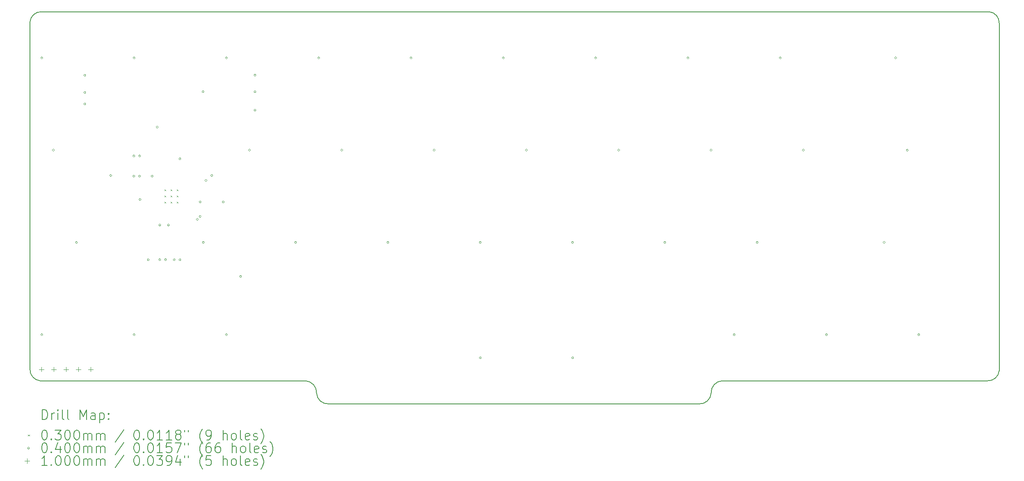
<source format=gbr>
%TF.GenerationSoftware,KiCad,Pcbnew,7.0.6*%
%TF.CreationDate,2023-07-31T23:13:48-04:00*%
%TF.ProjectId,cutiepie2040-standard-stagger,63757469-6570-4696-9532-3034302d7374,rev?*%
%TF.SameCoordinates,PX2d6b3a0PY7aa1830*%
%TF.FileFunction,Drillmap*%
%TF.FilePolarity,Positive*%
%FSLAX45Y45*%
G04 Gerber Fmt 4.5, Leading zero omitted, Abs format (unit mm)*
G04 Created by KiCad (PCBNEW 7.0.6) date 2023-07-31 23:13:48*
%MOMM*%
%LPD*%
G01*
G04 APERTURE LIST*
%ADD10C,0.200000*%
%ADD11C,0.030000*%
%ADD12C,0.040000*%
%ADD13C,0.100000*%
G04 APERTURE END LIST*
D10*
X5914395Y219057D02*
G75*
G03*
X6161467Y29I233053J14026D01*
G01*
X-16Y718780D02*
G75*
G03*
X209988Y476279I231184J-11977D01*
G01*
X20002488Y7857758D02*
X20002488Y687593D01*
X209988Y476279D02*
X5683967Y476279D01*
X20002491Y7857758D02*
G75*
G03*
X19794988Y8096279I-227903J11255D01*
G01*
X14287488Y476279D02*
X19761467Y476279D01*
X-12Y718779D02*
X-12Y7886485D01*
X14287488Y476271D02*
G75*
G03*
X14057061Y221978I11920J-242348D01*
G01*
X13809988Y30D02*
G75*
G03*
X14057061Y221978I12570J234502D01*
G01*
X6161467Y29D02*
X13809988Y29D01*
X5914395Y219057D02*
G75*
G03*
X5683967Y476279I-243827J13396D01*
G01*
X239988Y8096279D02*
G75*
G03*
X-12Y7886485I-10890J-229717D01*
G01*
X239988Y8096279D02*
X19794988Y8096279D01*
X19761466Y476275D02*
G75*
G03*
X20002488Y687593I10532J231097D01*
G01*
D11*
X2774539Y4428761D02*
X2804539Y4398761D01*
X2804539Y4428761D02*
X2774539Y4398761D01*
X2774539Y4301261D02*
X2804539Y4271261D01*
X2804539Y4301261D02*
X2774539Y4271261D01*
X2774539Y4173761D02*
X2804539Y4143761D01*
X2804539Y4173761D02*
X2774539Y4143761D01*
X2902039Y4428761D02*
X2932039Y4398761D01*
X2932039Y4428761D02*
X2902039Y4398761D01*
X2902039Y4301261D02*
X2932039Y4271261D01*
X2932039Y4301261D02*
X2902039Y4271261D01*
X2902039Y4173761D02*
X2932039Y4143761D01*
X2932039Y4173761D02*
X2902039Y4143761D01*
X3029539Y4428761D02*
X3059539Y4398761D01*
X3059539Y4428761D02*
X3029539Y4398761D01*
X3029539Y4301261D02*
X3059539Y4271261D01*
X3059539Y4301261D02*
X3029539Y4271261D01*
X3029539Y4173761D02*
X3059539Y4143761D01*
X3059539Y4173761D02*
X3029539Y4143761D01*
D12*
X263930Y7143779D02*
G75*
G03*
X263930Y7143779I-20000J0D01*
G01*
X263930Y1428779D02*
G75*
G03*
X263930Y1428779I-20000J0D01*
G01*
X502055Y5238779D02*
G75*
G03*
X502055Y5238779I-20000J0D01*
G01*
X978363Y3333779D02*
G75*
G03*
X978363Y3333779I-20000J0D01*
G01*
X1151087Y6786590D02*
G75*
G03*
X1151087Y6786590I-20000J0D01*
G01*
X1151087Y6430563D02*
G75*
G03*
X1151087Y6430563I-20000J0D01*
G01*
X1151087Y6191277D02*
G75*
G03*
X1151087Y6191277I-20000J0D01*
G01*
X1686868Y4716586D02*
G75*
G03*
X1686868Y4716586I-20000J0D01*
G01*
X2163119Y4702994D02*
G75*
G03*
X2163119Y4702994I-20000J0D01*
G01*
X2163130Y5119700D02*
G75*
G03*
X2163130Y5119700I-20000J0D01*
G01*
X2168930Y7143779D02*
G75*
G03*
X2168930Y7143779I-20000J0D01*
G01*
X2168930Y1428779D02*
G75*
G03*
X2168930Y1428779I-20000J0D01*
G01*
X2282181Y5119713D02*
G75*
G03*
X2282181Y5119713I-20000J0D01*
G01*
X2282181Y4702994D02*
G75*
G03*
X2282181Y4702994I-20000J0D01*
G01*
X2290397Y4218261D02*
G75*
G03*
X2290397Y4218261I-20000J0D01*
G01*
X2460775Y2976587D02*
G75*
G03*
X2460775Y2976587I-20000J0D01*
G01*
X2540109Y4702994D02*
G75*
G03*
X2540109Y4702994I-20000J0D01*
G01*
X2645180Y5715026D02*
G75*
G03*
X2645180Y5715026I-20000J0D01*
G01*
X2698901Y3690962D02*
G75*
G03*
X2698901Y3690962I-20000J0D01*
G01*
X2698901Y2976587D02*
G75*
G03*
X2698901Y2976587I-20000J0D01*
G01*
X2817963Y2976587D02*
G75*
G03*
X2817963Y2976587I-20000J0D01*
G01*
X2877494Y3690962D02*
G75*
G03*
X2877494Y3690962I-20000J0D01*
G01*
X2996557Y2976587D02*
G75*
G03*
X2996557Y2976587I-20000J0D01*
G01*
X3115620Y5060182D02*
G75*
G03*
X3115620Y5060182I-20000J0D01*
G01*
X3115620Y2976587D02*
G75*
G03*
X3115620Y2976587I-20000J0D01*
G01*
X3472807Y3810025D02*
G75*
G03*
X3472807Y3810025I-20000J0D01*
G01*
X3532339Y4170520D02*
G75*
G03*
X3532339Y4170520I-20000J0D01*
G01*
X3532339Y3869556D02*
G75*
G03*
X3532339Y3869556I-20000J0D01*
G01*
X3591885Y6445277D02*
G75*
G03*
X3591885Y6445277I-20000J0D01*
G01*
X3597701Y3333779D02*
G75*
G03*
X3597701Y3333779I-20000J0D01*
G01*
X3651401Y4613656D02*
G75*
G03*
X3651401Y4613656I-20000J0D01*
G01*
X3770464Y4716586D02*
G75*
G03*
X3770464Y4716586I-20000J0D01*
G01*
X4008589Y4170520D02*
G75*
G03*
X4008589Y4170520I-20000J0D01*
G01*
X4073930Y7143779D02*
G75*
G03*
X4073930Y7143779I-20000J0D01*
G01*
X4073930Y1428779D02*
G75*
G03*
X4073930Y1428779I-20000J0D01*
G01*
X4365777Y2630787D02*
G75*
G03*
X4365777Y2630787I-20000J0D01*
G01*
X4550180Y5238779D02*
G75*
G03*
X4550180Y5238779I-20000J0D01*
G01*
X4663433Y6786590D02*
G75*
G03*
X4663433Y6786590I-20000J0D01*
G01*
X4663433Y6445277D02*
G75*
G03*
X4663433Y6445277I-20000J0D01*
G01*
X4663433Y6064277D02*
G75*
G03*
X4663433Y6064277I-20000J0D01*
G01*
X5502738Y3333779D02*
G75*
G03*
X5502738Y3333779I-20000J0D01*
G01*
X5978930Y7143779D02*
G75*
G03*
X5978930Y7143779I-20000J0D01*
G01*
X6455180Y5238779D02*
G75*
G03*
X6455180Y5238779I-20000J0D01*
G01*
X7407738Y3333779D02*
G75*
G03*
X7407738Y3333779I-20000J0D01*
G01*
X7883930Y7143779D02*
G75*
G03*
X7883930Y7143779I-20000J0D01*
G01*
X8360180Y5238779D02*
G75*
G03*
X8360180Y5238779I-20000J0D01*
G01*
X9312738Y3333779D02*
G75*
G03*
X9312738Y3333779I-20000J0D01*
G01*
X9312738Y952522D02*
G75*
G03*
X9312738Y952522I-20000J0D01*
G01*
X9788930Y7143779D02*
G75*
G03*
X9788930Y7143779I-20000J0D01*
G01*
X10265180Y5238779D02*
G75*
G03*
X10265180Y5238779I-20000J0D01*
G01*
X11217738Y3333779D02*
G75*
G03*
X11217738Y3333779I-20000J0D01*
G01*
X11217738Y952522D02*
G75*
G03*
X11217738Y952522I-20000J0D01*
G01*
X11693930Y7143779D02*
G75*
G03*
X11693930Y7143779I-20000J0D01*
G01*
X12170180Y5238779D02*
G75*
G03*
X12170180Y5238779I-20000J0D01*
G01*
X13120811Y3333779D02*
G75*
G03*
X13120811Y3333779I-20000J0D01*
G01*
X13598930Y7143779D02*
G75*
G03*
X13598930Y7143779I-20000J0D01*
G01*
X14075180Y5238779D02*
G75*
G03*
X14075180Y5238779I-20000J0D01*
G01*
X14551430Y1428779D02*
G75*
G03*
X14551430Y1428779I-20000J0D01*
G01*
X15027738Y3333779D02*
G75*
G03*
X15027738Y3333779I-20000J0D01*
G01*
X15503930Y7143779D02*
G75*
G03*
X15503930Y7143779I-20000J0D01*
G01*
X15980180Y5238779D02*
G75*
G03*
X15980180Y5238779I-20000J0D01*
G01*
X16456430Y1428779D02*
G75*
G03*
X16456430Y1428779I-20000J0D01*
G01*
X17647113Y3333779D02*
G75*
G03*
X17647113Y3333779I-20000J0D01*
G01*
X17885180Y7143779D02*
G75*
G03*
X17885180Y7143779I-20000J0D01*
G01*
X18123305Y5238779D02*
G75*
G03*
X18123305Y5238779I-20000J0D01*
G01*
X18361488Y1428754D02*
G75*
G03*
X18361488Y1428754I-20000J0D01*
G01*
D13*
X238117Y764397D02*
X238117Y664397D01*
X188117Y714397D02*
X288117Y714397D01*
X492117Y764397D02*
X492117Y664397D01*
X442117Y714397D02*
X542117Y714397D01*
X746117Y764397D02*
X746117Y664397D01*
X696117Y714397D02*
X796117Y714397D01*
X1000117Y764397D02*
X1000117Y664397D01*
X950117Y714397D02*
X1050117Y714397D01*
X1254117Y764397D02*
X1254117Y664397D01*
X1204117Y714397D02*
X1304117Y714397D01*
D10*
X250451Y-321876D02*
X250451Y-121876D01*
X250451Y-121876D02*
X298070Y-121876D01*
X298070Y-121876D02*
X326641Y-131399D01*
X326641Y-131399D02*
X345689Y-150447D01*
X345689Y-150447D02*
X355213Y-169495D01*
X355213Y-169495D02*
X364737Y-207590D01*
X364737Y-207590D02*
X364737Y-236161D01*
X364737Y-236161D02*
X355213Y-274257D01*
X355213Y-274257D02*
X345689Y-293304D01*
X345689Y-293304D02*
X326641Y-312352D01*
X326641Y-312352D02*
X298070Y-321876D01*
X298070Y-321876D02*
X250451Y-321876D01*
X450451Y-321876D02*
X450451Y-188542D01*
X450451Y-226637D02*
X459975Y-207590D01*
X459975Y-207590D02*
X469498Y-198066D01*
X469498Y-198066D02*
X488546Y-188542D01*
X488546Y-188542D02*
X507594Y-188542D01*
X574260Y-321876D02*
X574260Y-188542D01*
X574260Y-121876D02*
X564737Y-131399D01*
X564737Y-131399D02*
X574260Y-140923D01*
X574260Y-140923D02*
X583784Y-131399D01*
X583784Y-131399D02*
X574260Y-121876D01*
X574260Y-121876D02*
X574260Y-140923D01*
X698070Y-321876D02*
X679022Y-312352D01*
X679022Y-312352D02*
X669499Y-293304D01*
X669499Y-293304D02*
X669499Y-121876D01*
X802832Y-321876D02*
X783784Y-312352D01*
X783784Y-312352D02*
X774260Y-293304D01*
X774260Y-293304D02*
X774260Y-121876D01*
X1031403Y-321876D02*
X1031403Y-121876D01*
X1031403Y-121876D02*
X1098070Y-264733D01*
X1098070Y-264733D02*
X1164737Y-121876D01*
X1164737Y-121876D02*
X1164737Y-321876D01*
X1345689Y-321876D02*
X1345689Y-217114D01*
X1345689Y-217114D02*
X1336165Y-198066D01*
X1336165Y-198066D02*
X1317118Y-188542D01*
X1317118Y-188542D02*
X1279022Y-188542D01*
X1279022Y-188542D02*
X1259975Y-198066D01*
X1345689Y-312352D02*
X1326641Y-321876D01*
X1326641Y-321876D02*
X1279022Y-321876D01*
X1279022Y-321876D02*
X1259975Y-312352D01*
X1259975Y-312352D02*
X1250451Y-293304D01*
X1250451Y-293304D02*
X1250451Y-274257D01*
X1250451Y-274257D02*
X1259975Y-255209D01*
X1259975Y-255209D02*
X1279022Y-245685D01*
X1279022Y-245685D02*
X1326641Y-245685D01*
X1326641Y-245685D02*
X1345689Y-236161D01*
X1440927Y-188542D02*
X1440927Y-388542D01*
X1440927Y-198066D02*
X1459975Y-188542D01*
X1459975Y-188542D02*
X1498070Y-188542D01*
X1498070Y-188542D02*
X1517118Y-198066D01*
X1517118Y-198066D02*
X1526641Y-207590D01*
X1526641Y-207590D02*
X1536165Y-226637D01*
X1536165Y-226637D02*
X1536165Y-283780D01*
X1536165Y-283780D02*
X1526641Y-302828D01*
X1526641Y-302828D02*
X1517118Y-312352D01*
X1517118Y-312352D02*
X1498070Y-321876D01*
X1498070Y-321876D02*
X1459975Y-321876D01*
X1459975Y-321876D02*
X1440927Y-312352D01*
X1621879Y-302828D02*
X1631403Y-312352D01*
X1631403Y-312352D02*
X1621879Y-321876D01*
X1621879Y-321876D02*
X1612356Y-312352D01*
X1612356Y-312352D02*
X1621879Y-302828D01*
X1621879Y-302828D02*
X1621879Y-321876D01*
X1621879Y-198066D02*
X1631403Y-207590D01*
X1631403Y-207590D02*
X1621879Y-217114D01*
X1621879Y-217114D02*
X1612356Y-207590D01*
X1612356Y-207590D02*
X1621879Y-198066D01*
X1621879Y-198066D02*
X1621879Y-217114D01*
D11*
X-40326Y-635392D02*
X-10326Y-665392D01*
X-10326Y-635392D02*
X-40326Y-665392D01*
D10*
X288546Y-541876D02*
X307594Y-541876D01*
X307594Y-541876D02*
X326641Y-551399D01*
X326641Y-551399D02*
X336165Y-560923D01*
X336165Y-560923D02*
X345689Y-579971D01*
X345689Y-579971D02*
X355213Y-618066D01*
X355213Y-618066D02*
X355213Y-665685D01*
X355213Y-665685D02*
X345689Y-703780D01*
X345689Y-703780D02*
X336165Y-722828D01*
X336165Y-722828D02*
X326641Y-732352D01*
X326641Y-732352D02*
X307594Y-741876D01*
X307594Y-741876D02*
X288546Y-741876D01*
X288546Y-741876D02*
X269499Y-732352D01*
X269499Y-732352D02*
X259975Y-722828D01*
X259975Y-722828D02*
X250451Y-703780D01*
X250451Y-703780D02*
X240927Y-665685D01*
X240927Y-665685D02*
X240927Y-618066D01*
X240927Y-618066D02*
X250451Y-579971D01*
X250451Y-579971D02*
X259975Y-560923D01*
X259975Y-560923D02*
X269499Y-551399D01*
X269499Y-551399D02*
X288546Y-541876D01*
X440927Y-722828D02*
X450451Y-732352D01*
X450451Y-732352D02*
X440927Y-741876D01*
X440927Y-741876D02*
X431403Y-732352D01*
X431403Y-732352D02*
X440927Y-722828D01*
X440927Y-722828D02*
X440927Y-741876D01*
X517118Y-541876D02*
X640927Y-541876D01*
X640927Y-541876D02*
X574260Y-618066D01*
X574260Y-618066D02*
X602832Y-618066D01*
X602832Y-618066D02*
X621880Y-627590D01*
X621880Y-627590D02*
X631403Y-637114D01*
X631403Y-637114D02*
X640927Y-656161D01*
X640927Y-656161D02*
X640927Y-703780D01*
X640927Y-703780D02*
X631403Y-722828D01*
X631403Y-722828D02*
X621880Y-732352D01*
X621880Y-732352D02*
X602832Y-741876D01*
X602832Y-741876D02*
X545689Y-741876D01*
X545689Y-741876D02*
X526641Y-732352D01*
X526641Y-732352D02*
X517118Y-722828D01*
X764737Y-541876D02*
X783784Y-541876D01*
X783784Y-541876D02*
X802832Y-551399D01*
X802832Y-551399D02*
X812356Y-560923D01*
X812356Y-560923D02*
X821879Y-579971D01*
X821879Y-579971D02*
X831403Y-618066D01*
X831403Y-618066D02*
X831403Y-665685D01*
X831403Y-665685D02*
X821879Y-703780D01*
X821879Y-703780D02*
X812356Y-722828D01*
X812356Y-722828D02*
X802832Y-732352D01*
X802832Y-732352D02*
X783784Y-741876D01*
X783784Y-741876D02*
X764737Y-741876D01*
X764737Y-741876D02*
X745689Y-732352D01*
X745689Y-732352D02*
X736165Y-722828D01*
X736165Y-722828D02*
X726641Y-703780D01*
X726641Y-703780D02*
X717118Y-665685D01*
X717118Y-665685D02*
X717118Y-618066D01*
X717118Y-618066D02*
X726641Y-579971D01*
X726641Y-579971D02*
X736165Y-560923D01*
X736165Y-560923D02*
X745689Y-551399D01*
X745689Y-551399D02*
X764737Y-541876D01*
X955213Y-541876D02*
X974260Y-541876D01*
X974260Y-541876D02*
X993308Y-551399D01*
X993308Y-551399D02*
X1002832Y-560923D01*
X1002832Y-560923D02*
X1012356Y-579971D01*
X1012356Y-579971D02*
X1021879Y-618066D01*
X1021879Y-618066D02*
X1021879Y-665685D01*
X1021879Y-665685D02*
X1012356Y-703780D01*
X1012356Y-703780D02*
X1002832Y-722828D01*
X1002832Y-722828D02*
X993308Y-732352D01*
X993308Y-732352D02*
X974260Y-741876D01*
X974260Y-741876D02*
X955213Y-741876D01*
X955213Y-741876D02*
X936165Y-732352D01*
X936165Y-732352D02*
X926641Y-722828D01*
X926641Y-722828D02*
X917118Y-703780D01*
X917118Y-703780D02*
X907594Y-665685D01*
X907594Y-665685D02*
X907594Y-618066D01*
X907594Y-618066D02*
X917118Y-579971D01*
X917118Y-579971D02*
X926641Y-560923D01*
X926641Y-560923D02*
X936165Y-551399D01*
X936165Y-551399D02*
X955213Y-541876D01*
X1107594Y-741876D02*
X1107594Y-608542D01*
X1107594Y-627590D02*
X1117118Y-618066D01*
X1117118Y-618066D02*
X1136165Y-608542D01*
X1136165Y-608542D02*
X1164737Y-608542D01*
X1164737Y-608542D02*
X1183784Y-618066D01*
X1183784Y-618066D02*
X1193308Y-637114D01*
X1193308Y-637114D02*
X1193308Y-741876D01*
X1193308Y-637114D02*
X1202832Y-618066D01*
X1202832Y-618066D02*
X1221880Y-608542D01*
X1221880Y-608542D02*
X1250451Y-608542D01*
X1250451Y-608542D02*
X1269499Y-618066D01*
X1269499Y-618066D02*
X1279022Y-637114D01*
X1279022Y-637114D02*
X1279022Y-741876D01*
X1374261Y-741876D02*
X1374261Y-608542D01*
X1374261Y-627590D02*
X1383784Y-618066D01*
X1383784Y-618066D02*
X1402832Y-608542D01*
X1402832Y-608542D02*
X1431403Y-608542D01*
X1431403Y-608542D02*
X1450451Y-618066D01*
X1450451Y-618066D02*
X1459975Y-637114D01*
X1459975Y-637114D02*
X1459975Y-741876D01*
X1459975Y-637114D02*
X1469499Y-618066D01*
X1469499Y-618066D02*
X1488546Y-608542D01*
X1488546Y-608542D02*
X1517118Y-608542D01*
X1517118Y-608542D02*
X1536165Y-618066D01*
X1536165Y-618066D02*
X1545689Y-637114D01*
X1545689Y-637114D02*
X1545689Y-741876D01*
X1936165Y-532352D02*
X1764737Y-789495D01*
X2193308Y-541876D02*
X2212356Y-541876D01*
X2212356Y-541876D02*
X2231404Y-551399D01*
X2231404Y-551399D02*
X2240927Y-560923D01*
X2240927Y-560923D02*
X2250451Y-579971D01*
X2250451Y-579971D02*
X2259975Y-618066D01*
X2259975Y-618066D02*
X2259975Y-665685D01*
X2259975Y-665685D02*
X2250451Y-703780D01*
X2250451Y-703780D02*
X2240927Y-722828D01*
X2240927Y-722828D02*
X2231404Y-732352D01*
X2231404Y-732352D02*
X2212356Y-741876D01*
X2212356Y-741876D02*
X2193308Y-741876D01*
X2193308Y-741876D02*
X2174261Y-732352D01*
X2174261Y-732352D02*
X2164737Y-722828D01*
X2164737Y-722828D02*
X2155213Y-703780D01*
X2155213Y-703780D02*
X2145689Y-665685D01*
X2145689Y-665685D02*
X2145689Y-618066D01*
X2145689Y-618066D02*
X2155213Y-579971D01*
X2155213Y-579971D02*
X2164737Y-560923D01*
X2164737Y-560923D02*
X2174261Y-551399D01*
X2174261Y-551399D02*
X2193308Y-541876D01*
X2345689Y-722828D02*
X2355213Y-732352D01*
X2355213Y-732352D02*
X2345689Y-741876D01*
X2345689Y-741876D02*
X2336165Y-732352D01*
X2336165Y-732352D02*
X2345689Y-722828D01*
X2345689Y-722828D02*
X2345689Y-741876D01*
X2479023Y-541876D02*
X2498070Y-541876D01*
X2498070Y-541876D02*
X2517118Y-551399D01*
X2517118Y-551399D02*
X2526642Y-560923D01*
X2526642Y-560923D02*
X2536165Y-579971D01*
X2536165Y-579971D02*
X2545689Y-618066D01*
X2545689Y-618066D02*
X2545689Y-665685D01*
X2545689Y-665685D02*
X2536165Y-703780D01*
X2536165Y-703780D02*
X2526642Y-722828D01*
X2526642Y-722828D02*
X2517118Y-732352D01*
X2517118Y-732352D02*
X2498070Y-741876D01*
X2498070Y-741876D02*
X2479023Y-741876D01*
X2479023Y-741876D02*
X2459975Y-732352D01*
X2459975Y-732352D02*
X2450451Y-722828D01*
X2450451Y-722828D02*
X2440927Y-703780D01*
X2440927Y-703780D02*
X2431404Y-665685D01*
X2431404Y-665685D02*
X2431404Y-618066D01*
X2431404Y-618066D02*
X2440927Y-579971D01*
X2440927Y-579971D02*
X2450451Y-560923D01*
X2450451Y-560923D02*
X2459975Y-551399D01*
X2459975Y-551399D02*
X2479023Y-541876D01*
X2736165Y-741876D02*
X2621880Y-741876D01*
X2679023Y-741876D02*
X2679023Y-541876D01*
X2679023Y-541876D02*
X2659975Y-570447D01*
X2659975Y-570447D02*
X2640927Y-589495D01*
X2640927Y-589495D02*
X2621880Y-599018D01*
X2926642Y-741876D02*
X2812356Y-741876D01*
X2869499Y-741876D02*
X2869499Y-541876D01*
X2869499Y-541876D02*
X2850451Y-570447D01*
X2850451Y-570447D02*
X2831403Y-589495D01*
X2831403Y-589495D02*
X2812356Y-599018D01*
X3040927Y-627590D02*
X3021880Y-618066D01*
X3021880Y-618066D02*
X3012356Y-608542D01*
X3012356Y-608542D02*
X3002832Y-589495D01*
X3002832Y-589495D02*
X3002832Y-579971D01*
X3002832Y-579971D02*
X3012356Y-560923D01*
X3012356Y-560923D02*
X3021880Y-551399D01*
X3021880Y-551399D02*
X3040927Y-541876D01*
X3040927Y-541876D02*
X3079023Y-541876D01*
X3079023Y-541876D02*
X3098070Y-551399D01*
X3098070Y-551399D02*
X3107594Y-560923D01*
X3107594Y-560923D02*
X3117118Y-579971D01*
X3117118Y-579971D02*
X3117118Y-589495D01*
X3117118Y-589495D02*
X3107594Y-608542D01*
X3107594Y-608542D02*
X3098070Y-618066D01*
X3098070Y-618066D02*
X3079023Y-627590D01*
X3079023Y-627590D02*
X3040927Y-627590D01*
X3040927Y-627590D02*
X3021880Y-637114D01*
X3021880Y-637114D02*
X3012356Y-646638D01*
X3012356Y-646638D02*
X3002832Y-665685D01*
X3002832Y-665685D02*
X3002832Y-703780D01*
X3002832Y-703780D02*
X3012356Y-722828D01*
X3012356Y-722828D02*
X3021880Y-732352D01*
X3021880Y-732352D02*
X3040927Y-741876D01*
X3040927Y-741876D02*
X3079023Y-741876D01*
X3079023Y-741876D02*
X3098070Y-732352D01*
X3098070Y-732352D02*
X3107594Y-722828D01*
X3107594Y-722828D02*
X3117118Y-703780D01*
X3117118Y-703780D02*
X3117118Y-665685D01*
X3117118Y-665685D02*
X3107594Y-646638D01*
X3107594Y-646638D02*
X3098070Y-637114D01*
X3098070Y-637114D02*
X3079023Y-627590D01*
X3193308Y-541876D02*
X3193308Y-579971D01*
X3269499Y-541876D02*
X3269499Y-579971D01*
X3564737Y-818066D02*
X3555213Y-808542D01*
X3555213Y-808542D02*
X3536165Y-779971D01*
X3536165Y-779971D02*
X3526642Y-760923D01*
X3526642Y-760923D02*
X3517118Y-732352D01*
X3517118Y-732352D02*
X3507594Y-684733D01*
X3507594Y-684733D02*
X3507594Y-646638D01*
X3507594Y-646638D02*
X3517118Y-599018D01*
X3517118Y-599018D02*
X3526642Y-570447D01*
X3526642Y-570447D02*
X3536165Y-551399D01*
X3536165Y-551399D02*
X3555213Y-522828D01*
X3555213Y-522828D02*
X3564737Y-513304D01*
X3650451Y-741876D02*
X3688546Y-741876D01*
X3688546Y-741876D02*
X3707594Y-732352D01*
X3707594Y-732352D02*
X3717118Y-722828D01*
X3717118Y-722828D02*
X3736165Y-694257D01*
X3736165Y-694257D02*
X3745689Y-656161D01*
X3745689Y-656161D02*
X3745689Y-579971D01*
X3745689Y-579971D02*
X3736165Y-560923D01*
X3736165Y-560923D02*
X3726642Y-551399D01*
X3726642Y-551399D02*
X3707594Y-541876D01*
X3707594Y-541876D02*
X3669499Y-541876D01*
X3669499Y-541876D02*
X3650451Y-551399D01*
X3650451Y-551399D02*
X3640927Y-560923D01*
X3640927Y-560923D02*
X3631404Y-579971D01*
X3631404Y-579971D02*
X3631404Y-627590D01*
X3631404Y-627590D02*
X3640927Y-646638D01*
X3640927Y-646638D02*
X3650451Y-656161D01*
X3650451Y-656161D02*
X3669499Y-665685D01*
X3669499Y-665685D02*
X3707594Y-665685D01*
X3707594Y-665685D02*
X3726642Y-656161D01*
X3726642Y-656161D02*
X3736165Y-646638D01*
X3736165Y-646638D02*
X3745689Y-627590D01*
X3983785Y-741876D02*
X3983785Y-541876D01*
X4069499Y-741876D02*
X4069499Y-637114D01*
X4069499Y-637114D02*
X4059975Y-618066D01*
X4059975Y-618066D02*
X4040927Y-608542D01*
X4040927Y-608542D02*
X4012356Y-608542D01*
X4012356Y-608542D02*
X3993308Y-618066D01*
X3993308Y-618066D02*
X3983785Y-627590D01*
X4193308Y-741876D02*
X4174261Y-732352D01*
X4174261Y-732352D02*
X4164737Y-722828D01*
X4164737Y-722828D02*
X4155213Y-703780D01*
X4155213Y-703780D02*
X4155213Y-646638D01*
X4155213Y-646638D02*
X4164737Y-627590D01*
X4164737Y-627590D02*
X4174261Y-618066D01*
X4174261Y-618066D02*
X4193308Y-608542D01*
X4193308Y-608542D02*
X4221880Y-608542D01*
X4221880Y-608542D02*
X4240928Y-618066D01*
X4240928Y-618066D02*
X4250451Y-627590D01*
X4250451Y-627590D02*
X4259975Y-646638D01*
X4259975Y-646638D02*
X4259975Y-703780D01*
X4259975Y-703780D02*
X4250451Y-722828D01*
X4250451Y-722828D02*
X4240928Y-732352D01*
X4240928Y-732352D02*
X4221880Y-741876D01*
X4221880Y-741876D02*
X4193308Y-741876D01*
X4374261Y-741876D02*
X4355213Y-732352D01*
X4355213Y-732352D02*
X4345689Y-713304D01*
X4345689Y-713304D02*
X4345689Y-541876D01*
X4526642Y-732352D02*
X4507594Y-741876D01*
X4507594Y-741876D02*
X4469499Y-741876D01*
X4469499Y-741876D02*
X4450451Y-732352D01*
X4450451Y-732352D02*
X4440928Y-713304D01*
X4440928Y-713304D02*
X4440928Y-637114D01*
X4440928Y-637114D02*
X4450451Y-618066D01*
X4450451Y-618066D02*
X4469499Y-608542D01*
X4469499Y-608542D02*
X4507594Y-608542D01*
X4507594Y-608542D02*
X4526642Y-618066D01*
X4526642Y-618066D02*
X4536166Y-637114D01*
X4536166Y-637114D02*
X4536166Y-656161D01*
X4536166Y-656161D02*
X4440928Y-675209D01*
X4612356Y-732352D02*
X4631404Y-741876D01*
X4631404Y-741876D02*
X4669499Y-741876D01*
X4669499Y-741876D02*
X4688547Y-732352D01*
X4688547Y-732352D02*
X4698070Y-713304D01*
X4698070Y-713304D02*
X4698070Y-703780D01*
X4698070Y-703780D02*
X4688547Y-684733D01*
X4688547Y-684733D02*
X4669499Y-675209D01*
X4669499Y-675209D02*
X4640928Y-675209D01*
X4640928Y-675209D02*
X4621880Y-665685D01*
X4621880Y-665685D02*
X4612356Y-646638D01*
X4612356Y-646638D02*
X4612356Y-637114D01*
X4612356Y-637114D02*
X4621880Y-618066D01*
X4621880Y-618066D02*
X4640928Y-608542D01*
X4640928Y-608542D02*
X4669499Y-608542D01*
X4669499Y-608542D02*
X4688547Y-618066D01*
X4764737Y-818066D02*
X4774261Y-808542D01*
X4774261Y-808542D02*
X4793309Y-779971D01*
X4793309Y-779971D02*
X4802832Y-760923D01*
X4802832Y-760923D02*
X4812356Y-732352D01*
X4812356Y-732352D02*
X4821880Y-684733D01*
X4821880Y-684733D02*
X4821880Y-646638D01*
X4821880Y-646638D02*
X4812356Y-599018D01*
X4812356Y-599018D02*
X4802832Y-570447D01*
X4802832Y-570447D02*
X4793309Y-551399D01*
X4793309Y-551399D02*
X4774261Y-522828D01*
X4774261Y-522828D02*
X4764737Y-513304D01*
D12*
X-10326Y-914392D02*
G75*
G03*
X-10326Y-914392I-20000J0D01*
G01*
D10*
X288546Y-805876D02*
X307594Y-805876D01*
X307594Y-805876D02*
X326641Y-815399D01*
X326641Y-815399D02*
X336165Y-824923D01*
X336165Y-824923D02*
X345689Y-843971D01*
X345689Y-843971D02*
X355213Y-882066D01*
X355213Y-882066D02*
X355213Y-929685D01*
X355213Y-929685D02*
X345689Y-967780D01*
X345689Y-967780D02*
X336165Y-986828D01*
X336165Y-986828D02*
X326641Y-996352D01*
X326641Y-996352D02*
X307594Y-1005876D01*
X307594Y-1005876D02*
X288546Y-1005876D01*
X288546Y-1005876D02*
X269499Y-996352D01*
X269499Y-996352D02*
X259975Y-986828D01*
X259975Y-986828D02*
X250451Y-967780D01*
X250451Y-967780D02*
X240927Y-929685D01*
X240927Y-929685D02*
X240927Y-882066D01*
X240927Y-882066D02*
X250451Y-843971D01*
X250451Y-843971D02*
X259975Y-824923D01*
X259975Y-824923D02*
X269499Y-815399D01*
X269499Y-815399D02*
X288546Y-805876D01*
X440927Y-986828D02*
X450451Y-996352D01*
X450451Y-996352D02*
X440927Y-1005876D01*
X440927Y-1005876D02*
X431403Y-996352D01*
X431403Y-996352D02*
X440927Y-986828D01*
X440927Y-986828D02*
X440927Y-1005876D01*
X621880Y-872542D02*
X621880Y-1005876D01*
X574260Y-796352D02*
X526641Y-939209D01*
X526641Y-939209D02*
X650451Y-939209D01*
X764737Y-805876D02*
X783784Y-805876D01*
X783784Y-805876D02*
X802832Y-815399D01*
X802832Y-815399D02*
X812356Y-824923D01*
X812356Y-824923D02*
X821879Y-843971D01*
X821879Y-843971D02*
X831403Y-882066D01*
X831403Y-882066D02*
X831403Y-929685D01*
X831403Y-929685D02*
X821879Y-967780D01*
X821879Y-967780D02*
X812356Y-986828D01*
X812356Y-986828D02*
X802832Y-996352D01*
X802832Y-996352D02*
X783784Y-1005876D01*
X783784Y-1005876D02*
X764737Y-1005876D01*
X764737Y-1005876D02*
X745689Y-996352D01*
X745689Y-996352D02*
X736165Y-986828D01*
X736165Y-986828D02*
X726641Y-967780D01*
X726641Y-967780D02*
X717118Y-929685D01*
X717118Y-929685D02*
X717118Y-882066D01*
X717118Y-882066D02*
X726641Y-843971D01*
X726641Y-843971D02*
X736165Y-824923D01*
X736165Y-824923D02*
X745689Y-815399D01*
X745689Y-815399D02*
X764737Y-805876D01*
X955213Y-805876D02*
X974260Y-805876D01*
X974260Y-805876D02*
X993308Y-815399D01*
X993308Y-815399D02*
X1002832Y-824923D01*
X1002832Y-824923D02*
X1012356Y-843971D01*
X1012356Y-843971D02*
X1021879Y-882066D01*
X1021879Y-882066D02*
X1021879Y-929685D01*
X1021879Y-929685D02*
X1012356Y-967780D01*
X1012356Y-967780D02*
X1002832Y-986828D01*
X1002832Y-986828D02*
X993308Y-996352D01*
X993308Y-996352D02*
X974260Y-1005876D01*
X974260Y-1005876D02*
X955213Y-1005876D01*
X955213Y-1005876D02*
X936165Y-996352D01*
X936165Y-996352D02*
X926641Y-986828D01*
X926641Y-986828D02*
X917118Y-967780D01*
X917118Y-967780D02*
X907594Y-929685D01*
X907594Y-929685D02*
X907594Y-882066D01*
X907594Y-882066D02*
X917118Y-843971D01*
X917118Y-843971D02*
X926641Y-824923D01*
X926641Y-824923D02*
X936165Y-815399D01*
X936165Y-815399D02*
X955213Y-805876D01*
X1107594Y-1005876D02*
X1107594Y-872542D01*
X1107594Y-891590D02*
X1117118Y-882066D01*
X1117118Y-882066D02*
X1136165Y-872542D01*
X1136165Y-872542D02*
X1164737Y-872542D01*
X1164737Y-872542D02*
X1183784Y-882066D01*
X1183784Y-882066D02*
X1193308Y-901114D01*
X1193308Y-901114D02*
X1193308Y-1005876D01*
X1193308Y-901114D02*
X1202832Y-882066D01*
X1202832Y-882066D02*
X1221880Y-872542D01*
X1221880Y-872542D02*
X1250451Y-872542D01*
X1250451Y-872542D02*
X1269499Y-882066D01*
X1269499Y-882066D02*
X1279022Y-901114D01*
X1279022Y-901114D02*
X1279022Y-1005876D01*
X1374261Y-1005876D02*
X1374261Y-872542D01*
X1374261Y-891590D02*
X1383784Y-882066D01*
X1383784Y-882066D02*
X1402832Y-872542D01*
X1402832Y-872542D02*
X1431403Y-872542D01*
X1431403Y-872542D02*
X1450451Y-882066D01*
X1450451Y-882066D02*
X1459975Y-901114D01*
X1459975Y-901114D02*
X1459975Y-1005876D01*
X1459975Y-901114D02*
X1469499Y-882066D01*
X1469499Y-882066D02*
X1488546Y-872542D01*
X1488546Y-872542D02*
X1517118Y-872542D01*
X1517118Y-872542D02*
X1536165Y-882066D01*
X1536165Y-882066D02*
X1545689Y-901114D01*
X1545689Y-901114D02*
X1545689Y-1005876D01*
X1936165Y-796352D02*
X1764737Y-1053495D01*
X2193308Y-805876D02*
X2212356Y-805876D01*
X2212356Y-805876D02*
X2231404Y-815399D01*
X2231404Y-815399D02*
X2240927Y-824923D01*
X2240927Y-824923D02*
X2250451Y-843971D01*
X2250451Y-843971D02*
X2259975Y-882066D01*
X2259975Y-882066D02*
X2259975Y-929685D01*
X2259975Y-929685D02*
X2250451Y-967780D01*
X2250451Y-967780D02*
X2240927Y-986828D01*
X2240927Y-986828D02*
X2231404Y-996352D01*
X2231404Y-996352D02*
X2212356Y-1005876D01*
X2212356Y-1005876D02*
X2193308Y-1005876D01*
X2193308Y-1005876D02*
X2174261Y-996352D01*
X2174261Y-996352D02*
X2164737Y-986828D01*
X2164737Y-986828D02*
X2155213Y-967780D01*
X2155213Y-967780D02*
X2145689Y-929685D01*
X2145689Y-929685D02*
X2145689Y-882066D01*
X2145689Y-882066D02*
X2155213Y-843971D01*
X2155213Y-843971D02*
X2164737Y-824923D01*
X2164737Y-824923D02*
X2174261Y-815399D01*
X2174261Y-815399D02*
X2193308Y-805876D01*
X2345689Y-986828D02*
X2355213Y-996352D01*
X2355213Y-996352D02*
X2345689Y-1005876D01*
X2345689Y-1005876D02*
X2336165Y-996352D01*
X2336165Y-996352D02*
X2345689Y-986828D01*
X2345689Y-986828D02*
X2345689Y-1005876D01*
X2479023Y-805876D02*
X2498070Y-805876D01*
X2498070Y-805876D02*
X2517118Y-815399D01*
X2517118Y-815399D02*
X2526642Y-824923D01*
X2526642Y-824923D02*
X2536165Y-843971D01*
X2536165Y-843971D02*
X2545689Y-882066D01*
X2545689Y-882066D02*
X2545689Y-929685D01*
X2545689Y-929685D02*
X2536165Y-967780D01*
X2536165Y-967780D02*
X2526642Y-986828D01*
X2526642Y-986828D02*
X2517118Y-996352D01*
X2517118Y-996352D02*
X2498070Y-1005876D01*
X2498070Y-1005876D02*
X2479023Y-1005876D01*
X2479023Y-1005876D02*
X2459975Y-996352D01*
X2459975Y-996352D02*
X2450451Y-986828D01*
X2450451Y-986828D02*
X2440927Y-967780D01*
X2440927Y-967780D02*
X2431404Y-929685D01*
X2431404Y-929685D02*
X2431404Y-882066D01*
X2431404Y-882066D02*
X2440927Y-843971D01*
X2440927Y-843971D02*
X2450451Y-824923D01*
X2450451Y-824923D02*
X2459975Y-815399D01*
X2459975Y-815399D02*
X2479023Y-805876D01*
X2736165Y-1005876D02*
X2621880Y-1005876D01*
X2679023Y-1005876D02*
X2679023Y-805876D01*
X2679023Y-805876D02*
X2659975Y-834447D01*
X2659975Y-834447D02*
X2640927Y-853495D01*
X2640927Y-853495D02*
X2621880Y-863018D01*
X2917118Y-805876D02*
X2821880Y-805876D01*
X2821880Y-805876D02*
X2812356Y-901114D01*
X2812356Y-901114D02*
X2821880Y-891590D01*
X2821880Y-891590D02*
X2840927Y-882066D01*
X2840927Y-882066D02*
X2888546Y-882066D01*
X2888546Y-882066D02*
X2907594Y-891590D01*
X2907594Y-891590D02*
X2917118Y-901114D01*
X2917118Y-901114D02*
X2926642Y-920161D01*
X2926642Y-920161D02*
X2926642Y-967780D01*
X2926642Y-967780D02*
X2917118Y-986828D01*
X2917118Y-986828D02*
X2907594Y-996352D01*
X2907594Y-996352D02*
X2888546Y-1005876D01*
X2888546Y-1005876D02*
X2840927Y-1005876D01*
X2840927Y-1005876D02*
X2821880Y-996352D01*
X2821880Y-996352D02*
X2812356Y-986828D01*
X2993308Y-805876D02*
X3126642Y-805876D01*
X3126642Y-805876D02*
X3040927Y-1005876D01*
X3193308Y-805876D02*
X3193308Y-843971D01*
X3269499Y-805876D02*
X3269499Y-843971D01*
X3564737Y-1082066D02*
X3555213Y-1072542D01*
X3555213Y-1072542D02*
X3536165Y-1043971D01*
X3536165Y-1043971D02*
X3526642Y-1024923D01*
X3526642Y-1024923D02*
X3517118Y-996352D01*
X3517118Y-996352D02*
X3507594Y-948733D01*
X3507594Y-948733D02*
X3507594Y-910637D01*
X3507594Y-910637D02*
X3517118Y-863018D01*
X3517118Y-863018D02*
X3526642Y-834447D01*
X3526642Y-834447D02*
X3536165Y-815399D01*
X3536165Y-815399D02*
X3555213Y-786828D01*
X3555213Y-786828D02*
X3564737Y-777304D01*
X3726642Y-805876D02*
X3688546Y-805876D01*
X3688546Y-805876D02*
X3669499Y-815399D01*
X3669499Y-815399D02*
X3659975Y-824923D01*
X3659975Y-824923D02*
X3640927Y-853495D01*
X3640927Y-853495D02*
X3631404Y-891590D01*
X3631404Y-891590D02*
X3631404Y-967780D01*
X3631404Y-967780D02*
X3640927Y-986828D01*
X3640927Y-986828D02*
X3650451Y-996352D01*
X3650451Y-996352D02*
X3669499Y-1005876D01*
X3669499Y-1005876D02*
X3707594Y-1005876D01*
X3707594Y-1005876D02*
X3726642Y-996352D01*
X3726642Y-996352D02*
X3736165Y-986828D01*
X3736165Y-986828D02*
X3745689Y-967780D01*
X3745689Y-967780D02*
X3745689Y-920161D01*
X3745689Y-920161D02*
X3736165Y-901114D01*
X3736165Y-901114D02*
X3726642Y-891590D01*
X3726642Y-891590D02*
X3707594Y-882066D01*
X3707594Y-882066D02*
X3669499Y-882066D01*
X3669499Y-882066D02*
X3650451Y-891590D01*
X3650451Y-891590D02*
X3640927Y-901114D01*
X3640927Y-901114D02*
X3631404Y-920161D01*
X3917118Y-805876D02*
X3879023Y-805876D01*
X3879023Y-805876D02*
X3859975Y-815399D01*
X3859975Y-815399D02*
X3850451Y-824923D01*
X3850451Y-824923D02*
X3831404Y-853495D01*
X3831404Y-853495D02*
X3821880Y-891590D01*
X3821880Y-891590D02*
X3821880Y-967780D01*
X3821880Y-967780D02*
X3831404Y-986828D01*
X3831404Y-986828D02*
X3840927Y-996352D01*
X3840927Y-996352D02*
X3859975Y-1005876D01*
X3859975Y-1005876D02*
X3898070Y-1005876D01*
X3898070Y-1005876D02*
X3917118Y-996352D01*
X3917118Y-996352D02*
X3926642Y-986828D01*
X3926642Y-986828D02*
X3936165Y-967780D01*
X3936165Y-967780D02*
X3936165Y-920161D01*
X3936165Y-920161D02*
X3926642Y-901114D01*
X3926642Y-901114D02*
X3917118Y-891590D01*
X3917118Y-891590D02*
X3898070Y-882066D01*
X3898070Y-882066D02*
X3859975Y-882066D01*
X3859975Y-882066D02*
X3840927Y-891590D01*
X3840927Y-891590D02*
X3831404Y-901114D01*
X3831404Y-901114D02*
X3821880Y-920161D01*
X4174261Y-1005876D02*
X4174261Y-805876D01*
X4259975Y-1005876D02*
X4259975Y-901114D01*
X4259975Y-901114D02*
X4250451Y-882066D01*
X4250451Y-882066D02*
X4231404Y-872542D01*
X4231404Y-872542D02*
X4202832Y-872542D01*
X4202832Y-872542D02*
X4183785Y-882066D01*
X4183785Y-882066D02*
X4174261Y-891590D01*
X4383785Y-1005876D02*
X4364737Y-996352D01*
X4364737Y-996352D02*
X4355213Y-986828D01*
X4355213Y-986828D02*
X4345689Y-967780D01*
X4345689Y-967780D02*
X4345689Y-910637D01*
X4345689Y-910637D02*
X4355213Y-891590D01*
X4355213Y-891590D02*
X4364737Y-882066D01*
X4364737Y-882066D02*
X4383785Y-872542D01*
X4383785Y-872542D02*
X4412356Y-872542D01*
X4412356Y-872542D02*
X4431404Y-882066D01*
X4431404Y-882066D02*
X4440928Y-891590D01*
X4440928Y-891590D02*
X4450451Y-910637D01*
X4450451Y-910637D02*
X4450451Y-967780D01*
X4450451Y-967780D02*
X4440928Y-986828D01*
X4440928Y-986828D02*
X4431404Y-996352D01*
X4431404Y-996352D02*
X4412356Y-1005876D01*
X4412356Y-1005876D02*
X4383785Y-1005876D01*
X4564737Y-1005876D02*
X4545689Y-996352D01*
X4545689Y-996352D02*
X4536166Y-977304D01*
X4536166Y-977304D02*
X4536166Y-805876D01*
X4717118Y-996352D02*
X4698070Y-1005876D01*
X4698070Y-1005876D02*
X4659975Y-1005876D01*
X4659975Y-1005876D02*
X4640928Y-996352D01*
X4640928Y-996352D02*
X4631404Y-977304D01*
X4631404Y-977304D02*
X4631404Y-901114D01*
X4631404Y-901114D02*
X4640928Y-882066D01*
X4640928Y-882066D02*
X4659975Y-872542D01*
X4659975Y-872542D02*
X4698070Y-872542D01*
X4698070Y-872542D02*
X4717118Y-882066D01*
X4717118Y-882066D02*
X4726642Y-901114D01*
X4726642Y-901114D02*
X4726642Y-920161D01*
X4726642Y-920161D02*
X4631404Y-939209D01*
X4802832Y-996352D02*
X4821880Y-1005876D01*
X4821880Y-1005876D02*
X4859975Y-1005876D01*
X4859975Y-1005876D02*
X4879023Y-996352D01*
X4879023Y-996352D02*
X4888547Y-977304D01*
X4888547Y-977304D02*
X4888547Y-967780D01*
X4888547Y-967780D02*
X4879023Y-948733D01*
X4879023Y-948733D02*
X4859975Y-939209D01*
X4859975Y-939209D02*
X4831404Y-939209D01*
X4831404Y-939209D02*
X4812356Y-929685D01*
X4812356Y-929685D02*
X4802832Y-910637D01*
X4802832Y-910637D02*
X4802832Y-901114D01*
X4802832Y-901114D02*
X4812356Y-882066D01*
X4812356Y-882066D02*
X4831404Y-872542D01*
X4831404Y-872542D02*
X4859975Y-872542D01*
X4859975Y-872542D02*
X4879023Y-882066D01*
X4955213Y-1082066D02*
X4964737Y-1072542D01*
X4964737Y-1072542D02*
X4983785Y-1043971D01*
X4983785Y-1043971D02*
X4993309Y-1024923D01*
X4993309Y-1024923D02*
X5002832Y-996352D01*
X5002832Y-996352D02*
X5012356Y-948733D01*
X5012356Y-948733D02*
X5012356Y-910637D01*
X5012356Y-910637D02*
X5002832Y-863018D01*
X5002832Y-863018D02*
X4993309Y-834447D01*
X4993309Y-834447D02*
X4983785Y-815399D01*
X4983785Y-815399D02*
X4964737Y-786828D01*
X4964737Y-786828D02*
X4955213Y-777304D01*
D13*
X-60326Y-1128392D02*
X-60326Y-1228392D01*
X-110326Y-1178392D02*
X-10326Y-1178392D01*
D10*
X355213Y-1269876D02*
X240927Y-1269876D01*
X298070Y-1269876D02*
X298070Y-1069876D01*
X298070Y-1069876D02*
X279022Y-1098447D01*
X279022Y-1098447D02*
X259975Y-1117495D01*
X259975Y-1117495D02*
X240927Y-1127018D01*
X440927Y-1250828D02*
X450451Y-1260352D01*
X450451Y-1260352D02*
X440927Y-1269876D01*
X440927Y-1269876D02*
X431403Y-1260352D01*
X431403Y-1260352D02*
X440927Y-1250828D01*
X440927Y-1250828D02*
X440927Y-1269876D01*
X574260Y-1069876D02*
X593308Y-1069876D01*
X593308Y-1069876D02*
X612356Y-1079399D01*
X612356Y-1079399D02*
X621880Y-1088923D01*
X621880Y-1088923D02*
X631403Y-1107971D01*
X631403Y-1107971D02*
X640927Y-1146066D01*
X640927Y-1146066D02*
X640927Y-1193685D01*
X640927Y-1193685D02*
X631403Y-1231780D01*
X631403Y-1231780D02*
X621880Y-1250828D01*
X621880Y-1250828D02*
X612356Y-1260352D01*
X612356Y-1260352D02*
X593308Y-1269876D01*
X593308Y-1269876D02*
X574260Y-1269876D01*
X574260Y-1269876D02*
X555213Y-1260352D01*
X555213Y-1260352D02*
X545689Y-1250828D01*
X545689Y-1250828D02*
X536165Y-1231780D01*
X536165Y-1231780D02*
X526641Y-1193685D01*
X526641Y-1193685D02*
X526641Y-1146066D01*
X526641Y-1146066D02*
X536165Y-1107971D01*
X536165Y-1107971D02*
X545689Y-1088923D01*
X545689Y-1088923D02*
X555213Y-1079399D01*
X555213Y-1079399D02*
X574260Y-1069876D01*
X764737Y-1069876D02*
X783784Y-1069876D01*
X783784Y-1069876D02*
X802832Y-1079399D01*
X802832Y-1079399D02*
X812356Y-1088923D01*
X812356Y-1088923D02*
X821879Y-1107971D01*
X821879Y-1107971D02*
X831403Y-1146066D01*
X831403Y-1146066D02*
X831403Y-1193685D01*
X831403Y-1193685D02*
X821879Y-1231780D01*
X821879Y-1231780D02*
X812356Y-1250828D01*
X812356Y-1250828D02*
X802832Y-1260352D01*
X802832Y-1260352D02*
X783784Y-1269876D01*
X783784Y-1269876D02*
X764737Y-1269876D01*
X764737Y-1269876D02*
X745689Y-1260352D01*
X745689Y-1260352D02*
X736165Y-1250828D01*
X736165Y-1250828D02*
X726641Y-1231780D01*
X726641Y-1231780D02*
X717118Y-1193685D01*
X717118Y-1193685D02*
X717118Y-1146066D01*
X717118Y-1146066D02*
X726641Y-1107971D01*
X726641Y-1107971D02*
X736165Y-1088923D01*
X736165Y-1088923D02*
X745689Y-1079399D01*
X745689Y-1079399D02*
X764737Y-1069876D01*
X955213Y-1069876D02*
X974260Y-1069876D01*
X974260Y-1069876D02*
X993308Y-1079399D01*
X993308Y-1079399D02*
X1002832Y-1088923D01*
X1002832Y-1088923D02*
X1012356Y-1107971D01*
X1012356Y-1107971D02*
X1021879Y-1146066D01*
X1021879Y-1146066D02*
X1021879Y-1193685D01*
X1021879Y-1193685D02*
X1012356Y-1231780D01*
X1012356Y-1231780D02*
X1002832Y-1250828D01*
X1002832Y-1250828D02*
X993308Y-1260352D01*
X993308Y-1260352D02*
X974260Y-1269876D01*
X974260Y-1269876D02*
X955213Y-1269876D01*
X955213Y-1269876D02*
X936165Y-1260352D01*
X936165Y-1260352D02*
X926641Y-1250828D01*
X926641Y-1250828D02*
X917118Y-1231780D01*
X917118Y-1231780D02*
X907594Y-1193685D01*
X907594Y-1193685D02*
X907594Y-1146066D01*
X907594Y-1146066D02*
X917118Y-1107971D01*
X917118Y-1107971D02*
X926641Y-1088923D01*
X926641Y-1088923D02*
X936165Y-1079399D01*
X936165Y-1079399D02*
X955213Y-1069876D01*
X1107594Y-1269876D02*
X1107594Y-1136542D01*
X1107594Y-1155590D02*
X1117118Y-1146066D01*
X1117118Y-1146066D02*
X1136165Y-1136542D01*
X1136165Y-1136542D02*
X1164737Y-1136542D01*
X1164737Y-1136542D02*
X1183784Y-1146066D01*
X1183784Y-1146066D02*
X1193308Y-1165114D01*
X1193308Y-1165114D02*
X1193308Y-1269876D01*
X1193308Y-1165114D02*
X1202832Y-1146066D01*
X1202832Y-1146066D02*
X1221880Y-1136542D01*
X1221880Y-1136542D02*
X1250451Y-1136542D01*
X1250451Y-1136542D02*
X1269499Y-1146066D01*
X1269499Y-1146066D02*
X1279022Y-1165114D01*
X1279022Y-1165114D02*
X1279022Y-1269876D01*
X1374261Y-1269876D02*
X1374261Y-1136542D01*
X1374261Y-1155590D02*
X1383784Y-1146066D01*
X1383784Y-1146066D02*
X1402832Y-1136542D01*
X1402832Y-1136542D02*
X1431403Y-1136542D01*
X1431403Y-1136542D02*
X1450451Y-1146066D01*
X1450451Y-1146066D02*
X1459975Y-1165114D01*
X1459975Y-1165114D02*
X1459975Y-1269876D01*
X1459975Y-1165114D02*
X1469499Y-1146066D01*
X1469499Y-1146066D02*
X1488546Y-1136542D01*
X1488546Y-1136542D02*
X1517118Y-1136542D01*
X1517118Y-1136542D02*
X1536165Y-1146066D01*
X1536165Y-1146066D02*
X1545689Y-1165114D01*
X1545689Y-1165114D02*
X1545689Y-1269876D01*
X1936165Y-1060352D02*
X1764737Y-1317495D01*
X2193308Y-1069876D02*
X2212356Y-1069876D01*
X2212356Y-1069876D02*
X2231404Y-1079399D01*
X2231404Y-1079399D02*
X2240927Y-1088923D01*
X2240927Y-1088923D02*
X2250451Y-1107971D01*
X2250451Y-1107971D02*
X2259975Y-1146066D01*
X2259975Y-1146066D02*
X2259975Y-1193685D01*
X2259975Y-1193685D02*
X2250451Y-1231780D01*
X2250451Y-1231780D02*
X2240927Y-1250828D01*
X2240927Y-1250828D02*
X2231404Y-1260352D01*
X2231404Y-1260352D02*
X2212356Y-1269876D01*
X2212356Y-1269876D02*
X2193308Y-1269876D01*
X2193308Y-1269876D02*
X2174261Y-1260352D01*
X2174261Y-1260352D02*
X2164737Y-1250828D01*
X2164737Y-1250828D02*
X2155213Y-1231780D01*
X2155213Y-1231780D02*
X2145689Y-1193685D01*
X2145689Y-1193685D02*
X2145689Y-1146066D01*
X2145689Y-1146066D02*
X2155213Y-1107971D01*
X2155213Y-1107971D02*
X2164737Y-1088923D01*
X2164737Y-1088923D02*
X2174261Y-1079399D01*
X2174261Y-1079399D02*
X2193308Y-1069876D01*
X2345689Y-1250828D02*
X2355213Y-1260352D01*
X2355213Y-1260352D02*
X2345689Y-1269876D01*
X2345689Y-1269876D02*
X2336165Y-1260352D01*
X2336165Y-1260352D02*
X2345689Y-1250828D01*
X2345689Y-1250828D02*
X2345689Y-1269876D01*
X2479023Y-1069876D02*
X2498070Y-1069876D01*
X2498070Y-1069876D02*
X2517118Y-1079399D01*
X2517118Y-1079399D02*
X2526642Y-1088923D01*
X2526642Y-1088923D02*
X2536165Y-1107971D01*
X2536165Y-1107971D02*
X2545689Y-1146066D01*
X2545689Y-1146066D02*
X2545689Y-1193685D01*
X2545689Y-1193685D02*
X2536165Y-1231780D01*
X2536165Y-1231780D02*
X2526642Y-1250828D01*
X2526642Y-1250828D02*
X2517118Y-1260352D01*
X2517118Y-1260352D02*
X2498070Y-1269876D01*
X2498070Y-1269876D02*
X2479023Y-1269876D01*
X2479023Y-1269876D02*
X2459975Y-1260352D01*
X2459975Y-1260352D02*
X2450451Y-1250828D01*
X2450451Y-1250828D02*
X2440927Y-1231780D01*
X2440927Y-1231780D02*
X2431404Y-1193685D01*
X2431404Y-1193685D02*
X2431404Y-1146066D01*
X2431404Y-1146066D02*
X2440927Y-1107971D01*
X2440927Y-1107971D02*
X2450451Y-1088923D01*
X2450451Y-1088923D02*
X2459975Y-1079399D01*
X2459975Y-1079399D02*
X2479023Y-1069876D01*
X2612356Y-1069876D02*
X2736165Y-1069876D01*
X2736165Y-1069876D02*
X2669499Y-1146066D01*
X2669499Y-1146066D02*
X2698070Y-1146066D01*
X2698070Y-1146066D02*
X2717118Y-1155590D01*
X2717118Y-1155590D02*
X2726642Y-1165114D01*
X2726642Y-1165114D02*
X2736165Y-1184161D01*
X2736165Y-1184161D02*
X2736165Y-1231780D01*
X2736165Y-1231780D02*
X2726642Y-1250828D01*
X2726642Y-1250828D02*
X2717118Y-1260352D01*
X2717118Y-1260352D02*
X2698070Y-1269876D01*
X2698070Y-1269876D02*
X2640927Y-1269876D01*
X2640927Y-1269876D02*
X2621880Y-1260352D01*
X2621880Y-1260352D02*
X2612356Y-1250828D01*
X2831403Y-1269876D02*
X2869499Y-1269876D01*
X2869499Y-1269876D02*
X2888546Y-1260352D01*
X2888546Y-1260352D02*
X2898070Y-1250828D01*
X2898070Y-1250828D02*
X2917118Y-1222257D01*
X2917118Y-1222257D02*
X2926642Y-1184161D01*
X2926642Y-1184161D02*
X2926642Y-1107971D01*
X2926642Y-1107971D02*
X2917118Y-1088923D01*
X2917118Y-1088923D02*
X2907594Y-1079399D01*
X2907594Y-1079399D02*
X2888546Y-1069876D01*
X2888546Y-1069876D02*
X2850451Y-1069876D01*
X2850451Y-1069876D02*
X2831403Y-1079399D01*
X2831403Y-1079399D02*
X2821880Y-1088923D01*
X2821880Y-1088923D02*
X2812356Y-1107971D01*
X2812356Y-1107971D02*
X2812356Y-1155590D01*
X2812356Y-1155590D02*
X2821880Y-1174638D01*
X2821880Y-1174638D02*
X2831403Y-1184161D01*
X2831403Y-1184161D02*
X2850451Y-1193685D01*
X2850451Y-1193685D02*
X2888546Y-1193685D01*
X2888546Y-1193685D02*
X2907594Y-1184161D01*
X2907594Y-1184161D02*
X2917118Y-1174638D01*
X2917118Y-1174638D02*
X2926642Y-1155590D01*
X3098070Y-1136542D02*
X3098070Y-1269876D01*
X3050451Y-1060352D02*
X3002832Y-1203209D01*
X3002832Y-1203209D02*
X3126642Y-1203209D01*
X3193308Y-1069876D02*
X3193308Y-1107971D01*
X3269499Y-1069876D02*
X3269499Y-1107971D01*
X3564737Y-1346066D02*
X3555213Y-1336542D01*
X3555213Y-1336542D02*
X3536165Y-1307971D01*
X3536165Y-1307971D02*
X3526642Y-1288923D01*
X3526642Y-1288923D02*
X3517118Y-1260352D01*
X3517118Y-1260352D02*
X3507594Y-1212733D01*
X3507594Y-1212733D02*
X3507594Y-1174638D01*
X3507594Y-1174638D02*
X3517118Y-1127018D01*
X3517118Y-1127018D02*
X3526642Y-1098447D01*
X3526642Y-1098447D02*
X3536165Y-1079399D01*
X3536165Y-1079399D02*
X3555213Y-1050828D01*
X3555213Y-1050828D02*
X3564737Y-1041304D01*
X3736165Y-1069876D02*
X3640927Y-1069876D01*
X3640927Y-1069876D02*
X3631404Y-1165114D01*
X3631404Y-1165114D02*
X3640927Y-1155590D01*
X3640927Y-1155590D02*
X3659975Y-1146066D01*
X3659975Y-1146066D02*
X3707594Y-1146066D01*
X3707594Y-1146066D02*
X3726642Y-1155590D01*
X3726642Y-1155590D02*
X3736165Y-1165114D01*
X3736165Y-1165114D02*
X3745689Y-1184161D01*
X3745689Y-1184161D02*
X3745689Y-1231780D01*
X3745689Y-1231780D02*
X3736165Y-1250828D01*
X3736165Y-1250828D02*
X3726642Y-1260352D01*
X3726642Y-1260352D02*
X3707594Y-1269876D01*
X3707594Y-1269876D02*
X3659975Y-1269876D01*
X3659975Y-1269876D02*
X3640927Y-1260352D01*
X3640927Y-1260352D02*
X3631404Y-1250828D01*
X3983785Y-1269876D02*
X3983785Y-1069876D01*
X4069499Y-1269876D02*
X4069499Y-1165114D01*
X4069499Y-1165114D02*
X4059975Y-1146066D01*
X4059975Y-1146066D02*
X4040927Y-1136542D01*
X4040927Y-1136542D02*
X4012356Y-1136542D01*
X4012356Y-1136542D02*
X3993308Y-1146066D01*
X3993308Y-1146066D02*
X3983785Y-1155590D01*
X4193308Y-1269876D02*
X4174261Y-1260352D01*
X4174261Y-1260352D02*
X4164737Y-1250828D01*
X4164737Y-1250828D02*
X4155213Y-1231780D01*
X4155213Y-1231780D02*
X4155213Y-1174638D01*
X4155213Y-1174638D02*
X4164737Y-1155590D01*
X4164737Y-1155590D02*
X4174261Y-1146066D01*
X4174261Y-1146066D02*
X4193308Y-1136542D01*
X4193308Y-1136542D02*
X4221880Y-1136542D01*
X4221880Y-1136542D02*
X4240928Y-1146066D01*
X4240928Y-1146066D02*
X4250451Y-1155590D01*
X4250451Y-1155590D02*
X4259975Y-1174638D01*
X4259975Y-1174638D02*
X4259975Y-1231780D01*
X4259975Y-1231780D02*
X4250451Y-1250828D01*
X4250451Y-1250828D02*
X4240928Y-1260352D01*
X4240928Y-1260352D02*
X4221880Y-1269876D01*
X4221880Y-1269876D02*
X4193308Y-1269876D01*
X4374261Y-1269876D02*
X4355213Y-1260352D01*
X4355213Y-1260352D02*
X4345689Y-1241304D01*
X4345689Y-1241304D02*
X4345689Y-1069876D01*
X4526642Y-1260352D02*
X4507594Y-1269876D01*
X4507594Y-1269876D02*
X4469499Y-1269876D01*
X4469499Y-1269876D02*
X4450451Y-1260352D01*
X4450451Y-1260352D02*
X4440928Y-1241304D01*
X4440928Y-1241304D02*
X4440928Y-1165114D01*
X4440928Y-1165114D02*
X4450451Y-1146066D01*
X4450451Y-1146066D02*
X4469499Y-1136542D01*
X4469499Y-1136542D02*
X4507594Y-1136542D01*
X4507594Y-1136542D02*
X4526642Y-1146066D01*
X4526642Y-1146066D02*
X4536166Y-1165114D01*
X4536166Y-1165114D02*
X4536166Y-1184161D01*
X4536166Y-1184161D02*
X4440928Y-1203209D01*
X4612356Y-1260352D02*
X4631404Y-1269876D01*
X4631404Y-1269876D02*
X4669499Y-1269876D01*
X4669499Y-1269876D02*
X4688547Y-1260352D01*
X4688547Y-1260352D02*
X4698070Y-1241304D01*
X4698070Y-1241304D02*
X4698070Y-1231780D01*
X4698070Y-1231780D02*
X4688547Y-1212733D01*
X4688547Y-1212733D02*
X4669499Y-1203209D01*
X4669499Y-1203209D02*
X4640928Y-1203209D01*
X4640928Y-1203209D02*
X4621880Y-1193685D01*
X4621880Y-1193685D02*
X4612356Y-1174638D01*
X4612356Y-1174638D02*
X4612356Y-1165114D01*
X4612356Y-1165114D02*
X4621880Y-1146066D01*
X4621880Y-1146066D02*
X4640928Y-1136542D01*
X4640928Y-1136542D02*
X4669499Y-1136542D01*
X4669499Y-1136542D02*
X4688547Y-1146066D01*
X4764737Y-1346066D02*
X4774261Y-1336542D01*
X4774261Y-1336542D02*
X4793309Y-1307971D01*
X4793309Y-1307971D02*
X4802832Y-1288923D01*
X4802832Y-1288923D02*
X4812356Y-1260352D01*
X4812356Y-1260352D02*
X4821880Y-1212733D01*
X4821880Y-1212733D02*
X4821880Y-1174638D01*
X4821880Y-1174638D02*
X4812356Y-1127018D01*
X4812356Y-1127018D02*
X4802832Y-1098447D01*
X4802832Y-1098447D02*
X4793309Y-1079399D01*
X4793309Y-1079399D02*
X4774261Y-1050828D01*
X4774261Y-1050828D02*
X4764737Y-1041304D01*
M02*

</source>
